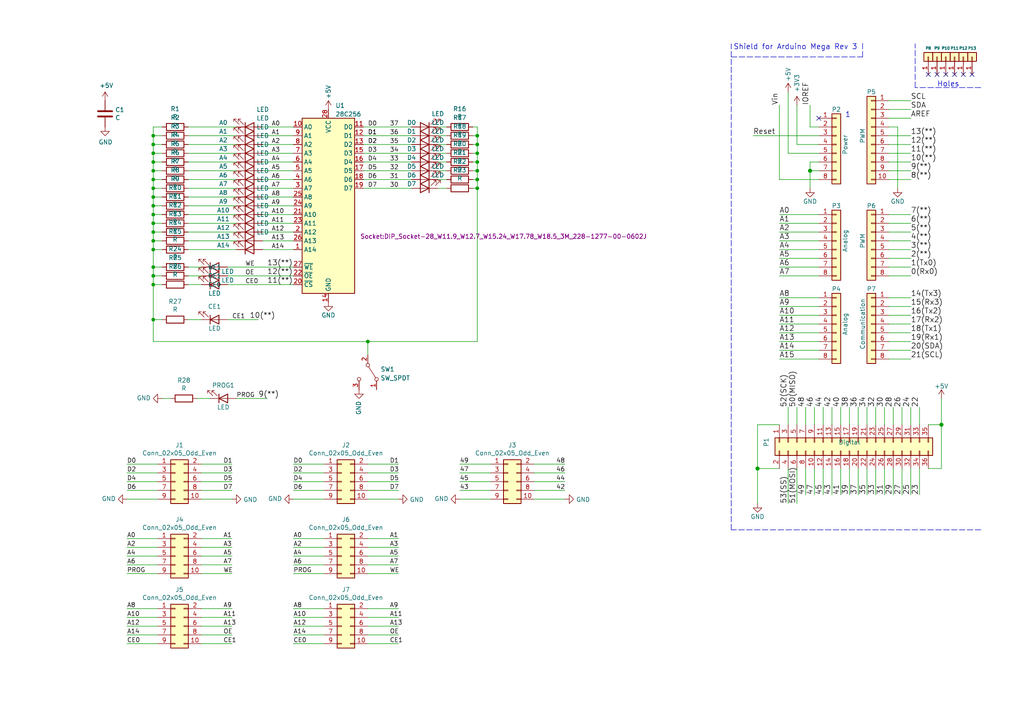
<source format=kicad_sch>
(kicad_sch (version 20211123) (generator eeschema)
  (paper "A4")
  (title_block (date "mar. 31 mars 2015"))
  (junction (at 138.43 54.61))
  (junction (at 219.71 135.89) (diameter 1.016))
  (junction (at 44.45 62.23))
  (junction (at 138.43 46.99))
  (junction (at 106.68 99.06))
  (junction (at 44.45 49.53))
  (junction (at 138.43 41.91))
  (junction (at 44.45 92.71))
  (junction (at 44.45 46.99))
  (junction (at 234.95 49.53) (diameter 1.016))
  (junction (at 44.45 64.77))
  (junction (at 44.45 67.31))
  (junction (at 44.45 59.69))
  (junction (at 44.45 80.01))
  (junction (at 44.45 82.55))
  (junction (at 138.43 44.45))
  (junction (at 44.45 72.39))
  (junction (at 44.45 54.61))
  (junction (at 138.43 52.07))
  (junction (at 44.45 57.15))
  (junction (at 44.45 44.45))
  (junction (at 138.43 39.37))
  (junction (at 44.45 41.91))
  (junction (at 44.45 77.47))
  (junction (at 44.45 52.07))
  (junction (at 273.05 123.19) (diameter 1.016))
  (junction (at 44.45 69.85))
  (junction (at 138.43 49.53))
  (junction (at 44.45 39.37))
  (no_connect (at 269.24 21.59))
  (no_connect (at 271.78 21.59))
  (no_connect (at 281.94 21.59))
  (no_connect (at 276.86 21.59))
  (no_connect (at 279.4 21.59))
  (no_connect (at 237.49 34.29))
  (no_connect (at 274.32 21.59))
  (wire (pts (xy 257.81 80.01) (xy 264.16 80.01)))
  (wire (pts (xy 54.61 46.99) (xy 68.58 46.99)))
  (wire (pts (xy 228.6 135.89) (xy 228.6 146.05)))
  (wire (pts (xy 58.42 176.53) (xy 67.31 176.53)))
  (wire (pts (xy 58.42 161.29) (xy 67.31 161.29)))
  (wire (pts (xy 226.06 80.01) (xy 237.49 80.01)))
  (wire (pts (xy 241.3 135.89) (xy 241.3 143.51)))
  (wire (pts (xy 138.43 44.45) (xy 137.16 44.45)))
  (wire (pts (xy 44.45 52.07) (xy 46.99 52.07)))
  (wire (pts (xy 44.45 49.53) (xy 44.45 52.07)))
  (wire (pts (xy 154.94 137.16) (xy 163.83 137.16)))
  (wire (pts (xy 133.35 144.78) (xy 142.24 144.78)))
  (wire (pts (xy 54.61 80.01) (xy 58.42 80.01)))
  (wire (pts (xy 133.35 137.16) (xy 142.24 137.16)))
  (wire (pts (xy 44.45 46.99) (xy 46.99 46.99)))
  (wire (pts (xy 106.68 144.78) (xy 115.57 144.78)))
  (wire (pts (xy 273.05 123.19) (xy 273.05 135.89)))
  (wire (pts (xy 44.45 99.06) (xy 44.45 92.71)))
  (wire (pts (xy 138.43 44.45) (xy 138.43 46.99)))
  (wire (pts (xy 44.45 59.69) (xy 44.45 62.23)))
  (wire (pts (xy 54.61 41.91) (xy 68.58 41.91)))
  (wire (pts (xy 54.61 69.85) (xy 68.58 69.85)))
  (wire (pts (xy 226.06 123.19) (xy 219.71 123.19)))
  (wire (pts (xy 44.45 72.39) (xy 46.99 72.39)))
  (wire (pts (xy 76.2 36.83) (xy 85.09 36.83)))
  (wire (pts (xy 44.45 82.55) (xy 46.99 82.55)))
  (wire (pts (xy 138.43 49.53) (xy 138.43 52.07)))
  (wire (pts (xy 257.81 44.45) (xy 264.16 44.45)))
  (wire (pts (xy 234.95 46.99) (xy 234.95 49.53)))
  (wire (pts (xy 58.42 139.7) (xy 67.31 139.7)))
  (wire (pts (xy 76.2 72.39) (xy 85.09 72.39)))
  (wire (pts (xy 226.06 74.93) (xy 237.49 74.93)))
  (wire (pts (xy 236.22 135.89) (xy 236.22 143.51)))
  (wire (pts (xy 44.45 44.45) (xy 46.99 44.45)))
  (wire (pts (xy 259.08 135.89) (xy 259.08 143.51)))
  (wire (pts (xy 105.41 39.37) (xy 119.38 39.37)))
  (wire (pts (xy 54.61 72.39) (xy 68.58 72.39)))
  (wire (pts (xy 44.45 77.47) (xy 44.45 72.39)))
  (wire (pts (xy 106.68 161.29) (xy 115.57 161.29)))
  (wire (pts (xy 58.42 158.75) (xy 67.31 158.75)))
  (wire (pts (xy 58.42 166.37) (xy 67.31 166.37)))
  (wire (pts (xy 36.83 137.16) (xy 45.72 137.16)))
  (wire (pts (xy 234.95 49.53) (xy 234.95 54.61)))
  (wire (pts (xy 248.92 123.19) (xy 248.92 118.11)))
  (wire (pts (xy 138.43 46.99) (xy 137.16 46.99)))
  (wire (pts (xy 44.45 41.91) (xy 46.99 41.91)))
  (wire (pts (xy 231.14 41.91) (xy 237.49 41.91)))
  (wire (pts (xy 54.61 92.71) (xy 58.42 92.71)))
  (wire (pts (xy 76.2 39.37) (xy 85.09 39.37)))
  (polyline (pts (xy 284.48 25.4) (xy 265.43 25.4)) (stroke (width 0) (type dash)))
  (wire (pts (xy 228.6 44.45) (xy 237.49 44.45)))
  (wire (pts (xy 106.68 186.69) (xy 115.57 186.69)))
  (wire (pts (xy 54.61 62.23) (xy 68.58 62.23)))
  (wire (pts (xy 138.43 52.07) (xy 138.43 54.61)))
  (wire (pts (xy 36.83 134.62) (xy 45.72 134.62)))
  (wire (pts (xy 228.6 26.67) (xy 228.6 44.45)))
  (wire (pts (xy 246.38 123.19) (xy 246.38 118.11)))
  (wire (pts (xy 226.06 104.14) (xy 237.49 104.14)))
  (wire (pts (xy 54.61 54.61) (xy 68.58 54.61)))
  (wire (pts (xy 44.45 67.31) (xy 44.45 69.85)))
  (wire (pts (xy 36.83 139.7) (xy 45.72 139.7)))
  (wire (pts (xy 85.09 166.37) (xy 93.98 166.37)))
  (wire (pts (xy 129.54 41.91) (xy 127 41.91)))
  (wire (pts (xy 241.3 123.19) (xy 241.3 118.11)))
  (polyline (pts (xy 265.43 25.4) (xy 265.43 12.7)) (stroke (width 0) (type dash)))
  (wire (pts (xy 261.62 123.19) (xy 261.62 118.11)))
  (wire (pts (xy 85.09 163.83) (xy 93.98 163.83)))
  (wire (pts (xy 106.68 179.07) (xy 115.57 179.07)))
  (wire (pts (xy 36.83 142.24) (xy 45.72 142.24)))
  (wire (pts (xy 257.81 34.29) (xy 264.16 34.29)))
  (wire (pts (xy 105.41 54.61) (xy 119.38 54.61)))
  (wire (pts (xy 76.2 41.91) (xy 85.09 41.91)))
  (wire (pts (xy 138.43 39.37) (xy 138.43 41.91)))
  (wire (pts (xy 231.14 30.48) (xy 231.14 41.91)))
  (wire (pts (xy 44.45 57.15) (xy 44.45 59.69)))
  (wire (pts (xy 54.61 39.37) (xy 68.58 39.37)))
  (wire (pts (xy 44.45 67.31) (xy 46.99 67.31)))
  (wire (pts (xy 261.62 135.89) (xy 261.62 143.51)))
  (wire (pts (xy 44.45 69.85) (xy 46.99 69.85)))
  (wire (pts (xy 237.49 62.23) (xy 226.06 62.23)))
  (wire (pts (xy 76.2 46.99) (xy 85.09 46.99)))
  (wire (pts (xy 237.49 101.6) (xy 226.06 101.6)))
  (wire (pts (xy 58.42 184.15) (xy 67.31 184.15)))
  (wire (pts (xy 36.83 163.83) (xy 45.72 163.83)))
  (wire (pts (xy 106.68 139.7) (xy 115.57 139.7)))
  (wire (pts (xy 264.16 135.89) (xy 264.16 143.51)))
  (wire (pts (xy 133.35 134.62) (xy 142.24 134.62)))
  (wire (pts (xy 106.68 99.06) (xy 106.68 102.87)))
  (wire (pts (xy 105.41 46.99) (xy 119.38 46.99)))
  (wire (pts (xy 58.42 134.62) (xy 67.31 134.62)))
  (wire (pts (xy 238.76 135.89) (xy 238.76 143.51)))
  (wire (pts (xy 154.94 139.7) (xy 163.83 139.7)))
  (wire (pts (xy 85.09 142.24) (xy 93.98 142.24)))
  (wire (pts (xy 36.83 158.75) (xy 45.72 158.75)))
  (wire (pts (xy 44.45 77.47) (xy 46.99 77.47)))
  (wire (pts (xy 257.81 46.99) (xy 264.16 46.99)))
  (wire (pts (xy 54.61 57.15) (xy 68.58 57.15)))
  (wire (pts (xy 257.81 99.06) (xy 264.16 99.06)))
  (wire (pts (xy 257.81 29.21) (xy 264.16 29.21)))
  (wire (pts (xy 264.16 62.23) (xy 257.81 62.23)))
  (wire (pts (xy 85.09 158.75) (xy 93.98 158.75)))
  (wire (pts (xy 154.94 134.62) (xy 163.83 134.62)))
  (wire (pts (xy 85.09 181.61) (xy 93.98 181.61)))
  (wire (pts (xy 76.2 54.61) (xy 85.09 54.61)))
  (wire (pts (xy 129.54 44.45) (xy 127 44.45)))
  (wire (pts (xy 106.68 166.37) (xy 115.57 166.37)))
  (wire (pts (xy 44.45 92.71) (xy 46.99 92.71)))
  (wire (pts (xy 44.45 62.23) (xy 46.99 62.23)))
  (wire (pts (xy 219.71 123.19) (xy 219.71 135.89)))
  (wire (pts (xy 226.06 135.89) (xy 219.71 135.89)))
  (wire (pts (xy 85.09 134.62) (xy 93.98 134.62)))
  (wire (pts (xy 266.7 135.89) (xy 266.7 143.51)))
  (wire (pts (xy 251.46 123.19) (xy 251.46 118.11)))
  (wire (pts (xy 54.61 49.53) (xy 68.58 49.53)))
  (wire (pts (xy 234.95 36.83) (xy 234.95 30.48)))
  (wire (pts (xy 129.54 52.07) (xy 127 52.07)))
  (wire (pts (xy 106.68 176.53) (xy 115.57 176.53)))
  (wire (pts (xy 129.54 46.99) (xy 127 46.99)))
  (wire (pts (xy 106.68 99.06) (xy 44.45 99.06)))
  (wire (pts (xy 36.83 184.15) (xy 45.72 184.15)))
  (wire (pts (xy 154.94 144.78) (xy 163.83 144.78)))
  (wire (pts (xy 44.45 44.45) (xy 44.45 46.99)))
  (wire (pts (xy 138.43 39.37) (xy 137.16 39.37)))
  (wire (pts (xy 54.61 44.45) (xy 68.58 44.45)))
  (wire (pts (xy 257.81 88.9) (xy 264.16 88.9)))
  (wire (pts (xy 106.68 181.61) (xy 115.57 181.61)))
  (wire (pts (xy 106.68 184.15) (xy 115.57 184.15)))
  (wire (pts (xy 44.45 54.61) (xy 46.99 54.61)))
  (wire (pts (xy 257.81 39.37) (xy 264.16 39.37)))
  (wire (pts (xy 237.49 36.83) (xy 234.95 36.83)))
  (wire (pts (xy 54.61 77.47) (xy 58.42 77.47)))
  (wire (pts (xy 138.43 46.99) (xy 138.43 49.53)))
  (polyline (pts (xy 212.09 16.51) (xy 250.19 16.51)) (stroke (width 0) (type dash)))
  (wire (pts (xy 76.2 52.07) (xy 85.09 52.07)))
  (wire (pts (xy 36.83 179.07) (xy 45.72 179.07)))
  (wire (pts (xy 251.46 135.89) (xy 251.46 143.51)))
  (wire (pts (xy 248.92 135.89) (xy 248.92 143.51)))
  (wire (pts (xy 105.41 49.53) (xy 119.38 49.53)))
  (wire (pts (xy 264.16 67.31) (xy 257.81 67.31)))
  (wire (pts (xy 58.42 163.83) (xy 67.31 163.83)))
  (wire (pts (xy 44.45 36.83) (xy 46.99 36.83)))
  (wire (pts (xy 58.42 142.24) (xy 67.31 142.24)))
  (wire (pts (xy 264.16 41.91) (xy 257.81 41.91)))
  (wire (pts (xy 36.83 176.53) (xy 45.72 176.53)))
  (wire (pts (xy 85.09 179.07) (xy 93.98 179.07)))
  (wire (pts (xy 66.04 92.71) (xy 74.93 92.71)))
  (polyline (pts (xy 212.09 153.67) (xy 212.09 12.7)) (stroke (width 0) (type dash)))
  (wire (pts (xy 273.05 115.57) (xy 273.05 123.19)))
  (wire (pts (xy 238.76 123.19) (xy 238.76 118.11)))
  (wire (pts (xy 105.41 52.07) (xy 119.38 52.07)))
  (wire (pts (xy 76.2 69.85) (xy 85.09 69.85)))
  (wire (pts (xy 46.99 115.57) (xy 49.53 115.57)))
  (wire (pts (xy 264.16 101.6) (xy 257.81 101.6)))
  (wire (pts (xy 138.43 52.07) (xy 137.16 52.07)))
  (wire (pts (xy 36.83 166.37) (xy 45.72 166.37)))
  (wire (pts (xy 54.61 67.31) (xy 68.58 67.31)))
  (wire (pts (xy 257.81 104.14) (xy 264.16 104.14)))
  (wire (pts (xy 228.6 123.19) (xy 228.6 118.11)))
  (wire (pts (xy 138.43 49.53) (xy 137.16 49.53)))
  (wire (pts (xy 44.45 39.37) (xy 44.45 41.91)))
  (wire (pts (xy 243.84 135.89) (xy 243.84 143.51)))
  (wire (pts (xy 44.45 80.01) (xy 46.99 80.01)))
  (wire (pts (xy 138.43 99.06) (xy 106.68 99.06)))
  (wire (pts (xy 264.16 96.52) (xy 257.81 96.52)))
  (wire (pts (xy 264.16 31.75) (xy 257.81 31.75)))
  (wire (pts (xy 106.68 163.83) (xy 115.57 163.83)))
  (wire (pts (xy 226.06 93.98) (xy 237.49 93.98)))
  (wire (pts (xy 256.54 135.89) (xy 256.54 143.51)))
  (wire (pts (xy 58.42 144.78) (xy 67.31 144.78)))
  (wire (pts (xy 44.45 64.77) (xy 44.45 67.31)))
  (wire (pts (xy 36.83 181.61) (xy 45.72 181.61)))
  (wire (pts (xy 236.22 123.19) (xy 236.22 118.11)))
  (wire (pts (xy 237.49 67.31) (xy 226.06 67.31)))
  (wire (pts (xy 57.15 115.57) (xy 60.96 115.57)))
  (wire (pts (xy 218.44 39.37) (xy 237.49 39.37)))
  (wire (pts (xy 105.41 41.91) (xy 119.38 41.91)))
  (wire (pts (xy 260.35 36.83) (xy 257.81 36.83)))
  (wire (pts (xy 264.16 86.36) (xy 257.81 86.36)))
  (wire (pts (xy 138.43 41.91) (xy 138.43 44.45)))
  (wire (pts (xy 129.54 36.83) (xy 127 36.83)))
  (wire (pts (xy 257.81 64.77) (xy 264.16 64.77)))
  (wire (pts (xy 36.83 144.78) (xy 45.72 144.78)))
  (wire (pts (xy 264.16 49.53) (xy 257.81 49.53)))
  (wire (pts (xy 273.05 123.19) (xy 269.24 123.19)))
  (wire (pts (xy 237.49 49.53) (xy 234.95 49.53)))
  (wire (pts (xy 254 135.89) (xy 254 143.51)))
  (wire (pts (xy 76.2 49.53) (xy 85.09 49.53)))
  (wire (pts (xy 106.68 137.16) (xy 115.57 137.16)))
  (wire (pts (xy 254 123.19) (xy 254 118.11)))
  (wire (pts (xy 246.38 135.89) (xy 246.38 143.51)))
  (wire (pts (xy 85.09 186.69) (xy 93.98 186.69)))
  (wire (pts (xy 44.45 80.01) (xy 44.45 82.55)))
  (wire (pts (xy 76.2 64.77) (xy 85.09 64.77)))
  (wire (pts (xy 85.09 176.53) (xy 93.98 176.53)))
  (wire (pts (xy 256.54 123.19) (xy 256.54 118.11)))
  (wire (pts (xy 58.42 179.07) (xy 67.31 179.07)))
  (wire (pts (xy 138.43 41.91) (xy 137.16 41.91)))
  (wire (pts (xy 129.54 49.53) (xy 127 49.53)))
  (wire (pts (xy 138.43 36.83) (xy 137.16 36.83)))
  (wire (pts (xy 237.49 52.07) (xy 226.06 52.07)))
  (wire (pts (xy 44.45 36.83) (xy 44.45 39.37)))
  (wire (pts (xy 36.83 156.21) (xy 45.72 156.21)))
  (wire (pts (xy 226.06 64.77) (xy 237.49 64.77)))
  (wire (pts (xy 85.09 137.16) (xy 93.98 137.16)))
  (wire (pts (xy 44.45 54.61) (xy 44.45 57.15)))
  (wire (pts (xy 85.09 156.21) (xy 93.98 156.21)))
  (wire (pts (xy 231.14 123.19) (xy 231.14 118.11)))
  (wire (pts (xy 44.45 59.69) (xy 46.99 59.69)))
  (wire (pts (xy 266.7 123.19) (xy 266.7 118.11)))
  (wire (pts (xy 66.04 80.01) (xy 85.09 80.01)))
  (wire (pts (xy 54.61 36.83) (xy 68.58 36.83)))
  (wire (pts (xy 54.61 64.77) (xy 68.58 64.77)))
  (wire (pts (xy 237.49 91.44) (xy 226.06 91.44)))
  (wire (pts (xy 58.42 156.21) (xy 67.31 156.21)))
  (wire (pts (xy 76.2 67.31) (xy 85.09 67.31)))
  (wire (pts (xy 76.2 57.15) (xy 85.09 57.15)))
  (wire (pts (xy 257.81 93.98) (xy 264.16 93.98)))
  (wire (pts (xy 105.41 44.45) (xy 119.38 44.45)))
  (wire (pts (xy 44.45 64.77) (xy 46.99 64.77)))
  (wire (pts (xy 237.49 46.99) (xy 234.95 46.99)))
  (wire (pts (xy 106.68 134.62) (xy 115.57 134.62)))
  (wire (pts (xy 85.09 144.78) (xy 93.98 144.78)))
  (wire (pts (xy 226.06 99.06) (xy 237.49 99.06)))
  (wire (pts (xy 85.09 184.15) (xy 93.98 184.15)))
  (wire (pts (xy 44.45 77.47) (xy 44.45 80.01)))
  (wire (pts (xy 44.45 62.23) (xy 44.45 64.77)))
  (wire (pts (xy 243.84 123.19) (xy 243.84 118.11)))
  (wire (pts (xy 54.61 52.07) (xy 68.58 52.07)))
  (wire (pts (xy 129.54 39.37) (xy 127 39.37)))
  (wire (pts (xy 138.43 36.83) (xy 138.43 39.37)))
  (wire (pts (xy 44.45 57.15) (xy 46.99 57.15)))
  (wire (pts (xy 44.45 82.55) (xy 44.45 92.71)))
  (wire (pts (xy 44.45 69.85) (xy 44.45 72.39)))
  (wire (pts (xy 264.16 123.19) (xy 264.16 118.11)))
  (wire (pts (xy 226.06 88.9) (xy 237.49 88.9)))
  (wire (pts (xy 257.81 52.07) (xy 264.16 52.07)))
  (wire (pts (xy 105.41 36.83) (xy 119.38 36.83)))
  (polyline (pts (xy 250.19 16.51) (xy 250.19 12.065)) (stroke (width 0) (type dash)))
  (wire (pts (xy 58.42 186.69) (xy 67.31 186.69)))
  (wire (pts (xy 129.54 54.61) (xy 127 54.61)))
  (wire (pts (xy 85.09 161.29) (xy 93.98 161.29)))
  (wire (pts (xy 76.2 62.23) (xy 85.09 62.23)))
  (wire (pts (xy 264.16 91.44) (xy 257.81 91.44)))
  (wire (pts (xy 226.06 69.85) (xy 237.49 69.85)))
  (wire (pts (xy 54.61 59.69) (xy 68.58 59.69)))
  (wire (pts (xy 44.45 39.37) (xy 46.99 39.37)))
  (wire (pts (xy 259.08 123.19) (xy 259.08 118.11)))
  (wire (pts (xy 233.68 135.89) (xy 233.68 143.51)))
  (wire (pts (xy 273.05 135.89) (xy 269.24 135.89)))
  (wire (pts (xy 154.94 142.24) (xy 163.83 142.24)))
  (wire (pts (xy 237.49 86.36) (xy 226.06 86.36)))
  (wire (pts (xy 133.35 139.7) (xy 142.24 139.7)))
  (wire (pts (xy 58.42 137.16) (xy 67.31 137.16)))
  (wire (pts (xy 233.68 123.19) (xy 233.68 118.11)))
  (wire (pts (xy 68.58 115.57) (xy 77.47 115.57)))
  (wire (pts (xy 44.45 46.99) (xy 44.45 49.53)))
  (wire (pts (xy 54.61 82.55) (xy 58.42 82.55)))
  (wire (pts (xy 36.83 161.29) (xy 45.72 161.29)))
  (wire (pts (xy 58.42 181.61) (xy 67.31 181.61)))
  (wire (pts (xy 257.81 74.93) (xy 264.16 74.93)))
  (wire (pts (xy 231.14 135.89) (xy 231.14 146.05)))
  (wire (pts (xy 85.09 139.7) (xy 93.98 139.7)))
  (wire (pts (xy 264.16 72.39) (xy 257.81 72.39)))
  (wire (pts (xy 76.2 59.69) (xy 85.09 59.69)))
  (wire (pts (xy 76.2 44.45) (xy 85.09 44.45)))
  (wire (pts (xy 44.45 41.91) (xy 44.45 44.45)))
  (wire (pts (xy 138.43 54.61) (xy 138.43 99.06)))
  (wire (pts (xy 133.35 142.24) (xy 142.24 142.24)))
  (wire (pts (xy 106.68 158.75) (xy 115.57 158.75)))
  (wire (pts (xy 66.04 77.47) (xy 85.09 77.47)))
  (wire (pts (xy 138.43 54.61) (xy 137.16 54.61)))
  (wire (pts (xy 44.45 49.53) (xy 46.99 49.53)))
  (wire (pts (xy 36.83 186.69) (xy 45.72 186.69)))
  (wire (pts (xy 264.16 77.47) (xy 257.81 77.47)))
  (wire (pts (xy 237.49 96.52) (xy 226.06 96.52)))
  (wire (pts (xy 226.06 52.07) (xy 226.06 30.48)))
  (wire (pts (xy 219.71 135.89) (xy 219.71 146.05)))
  (wire (pts (xy 237.49 77.47) (xy 226.06 77.47)))
  (wire (pts (xy 106.68 156.21) (xy 115.57 156.21)))
  (polyline (pts (xy 284.48 153.67) (xy 212.09 153.67)) (stroke (width 0) (type dash)))
  (wire (pts (xy 44.45 52.07) (xy 44.45 54.61)))
  (wire (pts (xy 237.49 72.39) (xy 226.06 72.39)))
  (wire (pts (xy 260.35 54.61) (xy 260.35 36.83)))
  (wire (pts (xy 106.68 142.24) (xy 115.57 142.24)))
  (wire (pts (xy 257.81 69.85) (xy 264.16 69.85)))
  (wire (pts (xy 66.04 82.55) (xy 85.09 82.55)))
  (text "1" (at 245.11 34.29 0) (effects (font (size 1.524 1.524)) (justify left bottom)))
  (text "Holes" (at 271.78 25.4 0) (effects (font (size 1.524 1.524)) (justify left bottom)))
  (text "Shield for Arduino Mega Rev 3" (at 212.725 14.605 0) (effects (font (size 1.524 1.524)) (justify left bottom)))
  (label "21(SCL)" (at 264.16 104.14 0) (effects (font (size 1.524 1.524))))
  (label "D3" (at 113.03 137.16 0))
  (label "36" (at 248.92 118.11 90) (effects (font (size 1.524 1.524))))
  (label "0(Rx0)" (at 264.16 80.01 0) (effects (font (size 1.524 1.524))))
  (label "17(Rx2)" (at 264.16 93.98 0) (effects (font (size 1.524 1.524))))
  (label "A5" (at 113.03 161.29 0))
  (label "D0" (at 36.83 134.62 0))
  (label "19(Rx1)" (at 264.16 99.06 0) (effects (font (size 1.524 1.524))))
  (label "SDA" (at 264.16 31.75 0) (effects (font (size 1.524 1.524))))
  (label "WE" (at 71.12 77.47 0))
  (label "CE1" (at 113.03 186.69 0))
  (label "A14" (at 226.06 101.6 0) (effects (font (size 1.524 1.524))))
  (label "51(MOSI)" (at 231.14 146.05 90) (effects (font (size 1.524 1.524))))
  (label "41" (at 243.84 143.51 90) (effects (font (size 1.524 1.524))))
  (label "D5" (at 64.77 139.7 0))
  (label "D6" (at 106.68 52.07 0))
  (label "48" (at 161.29 134.62 0))
  (label "A0" (at 85.09 156.21 0))
  (label "43" (at 241.3 143.51 90) (effects (font (size 1.524 1.524))))
  (label "A13" (at 64.77 181.61 0))
  (label "1(Tx0)" (at 264.16 77.47 0) (effects (font (size 1.524 1.524))))
  (label "CE0" (at 71.12 82.55 0))
  (label "D2" (at 36.83 137.16 0))
  (label "A14" (at 85.09 184.15 0))
  (label "13(**)" (at 77.47 77.47 0) (effects (font (size 1.524 1.524))))
  (label "CE1" (at 64.77 186.69 0))
  (label "A5" (at 64.77 161.29 0))
  (label "A3" (at 226.06 69.85 0) (effects (font (size 1.524 1.524))))
  (label "10(**)" (at 72.39 92.71 0) (effects (font (size 1.524 1.524))))
  (label "45" (at 238.76 143.51 90) (effects (font (size 1.524 1.524))))
  (label "A1" (at 64.77 156.21 0))
  (label "CE1" (at 67.31 92.71 0))
  (label "D1" (at 113.03 134.62 0))
  (label "WE" (at 113.03 166.37 0))
  (label "9(**)" (at 264.16 49.53 0) (effects (font (size 1.524 1.524))))
  (label "D5" (at 113.03 139.7 0))
  (label "SCL" (at 264.16 29.21 0) (effects (font (size 1.524 1.524))))
  (label "A8" (at 226.06 86.36 0) (effects (font (size 1.524 1.524))))
  (label "D1" (at 106.68 39.37 0))
  (label "14(Tx3)" (at 264.16 86.36 0) (effects (font (size 1.524 1.524))))
  (label "27" (at 261.62 143.51 90) (effects (font (size 1.524 1.524))))
  (label "12(**)" (at 264.16 41.91 0) (effects (font (size 1.524 1.524))))
  (label "A14" (at 36.83 184.15 0))
  (label "A5" (at 226.06 74.93 0) (effects (font (size 1.524 1.524))))
  (label "A8" (at 85.09 176.53 0))
  (label "IOREF" (at 234.95 30.48 90) (effects (font (size 1.524 1.524))))
  (label "D1" (at 106.68 39.37 0))
  (label "3(**)" (at 264.16 72.39 0) (effects (font (size 1.524 1.524))))
  (label "PROG" (at 36.83 166.37 0))
  (label "45" (at 133.35 139.7 0))
  (label "D6" (at 36.83 142.24 0))
  (label "Reset" (at 218.44 39.37 0) (effects (font (size 1.524 1.524))))
  (label "A12" (at 78.74 67.31 0))
  (label "A0" (at 226.06 62.23 0) (effects (font (size 1.524 1.524))))
  (label "A4" (at 36.83 161.29 0))
  (label "30" (at 113.03 54.61 0))
  (label "OE" (at 71.12 80.01 0))
  (label "D7" (at 113.03 142.24 0))
  (label "CE0" (at 85.09 186.69 0))
  (label "12(**)" (at 77.47 80.01 0) (effects (font (size 1.524 1.524))))
  (label "33" (at 113.03 46.99 0))
  (label "A6" (at 36.83 163.83 0))
  (label "A1" (at 226.06 64.77 0) (effects (font (size 1.524 1.524))))
  (label "D4" (at 85.09 139.7 0))
  (label "A11" (at 226.06 93.98 0) (effects (font (size 1.524 1.524))))
  (label "40" (at 243.84 118.11 90) (effects (font (size 1.524 1.524))))
  (label "53(SS)" (at 228.6 146.05 90) (effects (font (size 1.524 1.524))))
  (label "D0" (at 106.68 36.83 0))
  (label "A12" (at 36.83 181.61 0))
  (label "37" (at 113.03 36.83 0))
  (label "42" (at 161.29 142.24 0))
  (label "49" (at 133.35 134.62 0))
  (label "30" (at 256.54 118.11 90) (effects (font (size 1.524 1.524))))
  (label "31" (at 256.54 143.51 90) (effects (font (size 1.524 1.524))))
  (label "28" (at 259.08 118.11 90) (effects (font (size 1.524 1.524))))
  (label "A10" (at 36.83 179.07 0))
  (label "D6" (at 85.09 142.24 0))
  (label "A2" (at 36.83 158.75 0))
  (label "A3" (at 78.74 44.45 0))
  (label "D4" (at 36.83 139.7 0))
  (label "44" (at 238.76 118.11 90) (effects (font (size 1.524 1.524))))
  (label "OE" (at 64.77 184.15 0))
  (label "A6" (at 85.09 163.83 0))
  (label "11(**)" (at 77.5041 82.55 0) (effects (font (size 1.524 1.524))))
  (label "6(**)" (at 264.16 64.77 0) (effects (font (size 1.524 1.524))))
  (label "A6" (at 78.74 52.07 0))
  (label "5(**)" (at 264.16 67.31 0) (effects (font (size 1.524 1.524))))
  (label "WE" (at 64.77 166.37 0))
  (label "A5" (at 78.74 49.53 0))
  (label "37" (at 248.92 143.51 90) (effects (font (size 1.524 1.524))))
  (label "A0" (at 78.74 36.83 0))
  (label "A2" (at 85.09 158.75 0))
  (label "CE0" (at 36.83 186.69 0))
  (label "38" (at 246.38 118.11 90) (effects (font (size 1.524 1.524))))
  (label "A14" (at 78.74 72.39 0))
  (label "29" (at 259.08 143.51 90) (effects (font (size 1.524 1.524))))
  (label "31" (at 113.03 52.07 0))
  (label "36" (at 113.03 39.37 0))
  (label "18(Tx1)" (at 264.16 96.52 0) (effects (font (size 1.524 1.524))))
  (label "A9" (at 64.77 176.53 0))
  (label "D5" (at 106.68 49.53 0))
  (label "A7" (at 78.74 54.61 0))
  (label "24" (at 264.16 118.11 90) (effects (font (size 1.524 1.524))))
  (label "A9" (at 226.06 88.9 0) (effects (font (size 1.524 1.524))))
  (label "D7" (at 106.68 54.61 0))
  (label "A12" (at 85.09 181.61 0))
  (label "39" (at 246.38 143.51 90) (effects (font (size 1.524 1.524))))
  (label "22" (at 266.7 118.11 90) (effects (font (size 1.524 1.524))))
  (label "D4" (at 106.68 46.99 0))
  (label "D3" (at 106.68 44.45 0))
  (label "47" (at 133.35 137.16 0))
  (label "34" (at 113.03 44.45 0))
  (label "A15" (at 226.06 104.14 0) (effects (font (size 1.524 1.524))))
  (label "A4" (at 85.09 161.29 0))
  (label "A3" (at 64.77 158.75 0))
  (label "D2" (at 106.68 41.91 0))
  (label "A6" (at 226.06 77.47 0) (effects (font (size 1.524 1.524))))
  (label "D2" (at 85.09 137.16 0))
  (label "32" (at 113.03 49.53 0))
  (label "A11" (at 64.77 179.07 0))
  (label "A4" (at 78.74 46.99 0))
  (label "A1" (at 78.74 39.37 0))
  (label "48" (at 233.68 118.11 90) (effects (font (size 1.524 1.524))))
  (label "Vin" (at 226.06 30.48 90) (effects (font (size 1.524 1.524))))
  (label "A7" (at 226.06 80.01 0) (effects (font (size 1.524 1.524))))
  (label "23" (at 266.7 143.51 90) (effects (font (size 1.524 1.524))))
  (label "2(**)" (at 264.16 74.93 0) (effects (font (size 1.524 1.524))))
  (label "49" (at 233.68 143.51 90) (effects (font (size 1.524 1.524))))
  (label "A3" (at 113.03 158.75 0))
  (label "A11" (at 78.74 64.77 0))
  (label "D2" (at 106.68 41.91 0))
  (label "A9" (at 78.74 59.69 0))
  (label "A9" (at 113.03 176.53 0))
  (label "A13" (at 226.06 99.06 0) (effects (font (size 1.524 1.524))))
  (label "A2" (at 226.06 67.31 0) (effects (font (size 1.524 1.524))))
  (label "A12" (at 226.06 96.52 0) (effects (font (size 1.524 1.524))))
  (label "50(MISO)" (at 231.14 118.11 90) (effects (font (size 1.524 1.524))))
  (label "52(SCK)" (at 228.6 118.11 90) (effects (font (size 1.524 1.524))))
  (label "44" (at 161.29 139.7 0))
  (label "26" (at 261.62 118.11 90) (effects (font (size 1.524 1.524))))
  (label "47" (at 236.22 143.51 90) (effects (font (size 1.524 1.524))))
  (label "A4" (at 226.06 72.39 0) (effects (font (size 1.524 1.524))))
  (label "A2" (at 78.74 41.91 0))
  (label "A8" (at 36.83 176.53 0))
  (label "43" (at 133.35 142.24 0))
  (label "A10" (at 85.09 179.07 0))
  (label "8(**)" (at 264.16 52.07 0) (effects (font (size 1.524 1.524))))
  (label "A7" (at 113.03 163.83 0))
  (label "A1" (at 113.03 156.21 0))
  (label "PROG" (at 85.09 166.37 0))
  (label "42" (at 241.3 118.11 90) (effects (font (size 1.524 1.524))))
  (label "A10" (at 226.06 91.44 0) (effects (font (size 1.524 1.524))))
  (label "7(**)" (at 264.16 62.23 0) (effects (font (size 1.524 1.524))))
  (label "A8" (at 78.74 57.15 0))
  (label "20(SDA)" (at 264.16 101.6 0) (effects (font (size 1.524 1.524))))
  (label "9(**)" (at 74.93 115.57 0) (effects (font (size 1.524 1.524))))
  (label "A13" (at 78.74 69.85 0))
  (label "16(Tx2)" (at 264.16 91.44 0) (effects (font (size 1.524 1.524))))
  (label "46" (at 236.22 118.11 90) (effects (font (size 1.524 1.524))))
  (label "11(**)" (at 264.16 44.45 0) (effects (font (size 1.524 1.524))))
  (label "46" (at 161.29 137.16 0))
  (label "4(**)" (at 264.16 69.85 0) (effects (font (size 1.524 1.524))))
  (label "D1" (at 64.77 134.62 0))
  (label "13(**)" (at 264.16 39.37 0) (effects (font (size 1.524 1.524))))
  (label "A11" (at 113.03 179.07 0))
  (label "15(Rx3)" (at 264.16 88.9 0) (effects (font (size 1.524 1.524))))
  (label "10(**)" (at 264.16 46.99 0) (effects (font (size 1.524 1.524))))
  (label "32" (at 254 118.11 90) (effects (font (size 1.524 1.524))))
  (label "A0" (at 36.83 156.21 0))
  (label "A13" (at 113.03 181.61 0))
  (label "PROG" (at 68.58 115.57 0))
  (label "33" (at 254 143.51 90) (effects (font (size 1.524 1.524))))
  (label "34" (at 251.46 118.11 90) (effects (font (size 1.524 1.524))))
  (label "35" (at 251.46 143.51 90) (effects (font (size 1.524 1.524))))
  (label "A7" (at 64.77 163.83 0))
  (label "D7" (at 64.77 142.24 0))
  (label "25" (at 264.16 143.51 90) (effects (font (size 1.524 1.524))))
  (label "OE" (at 113.03 184.15 0))
  (label "D0" (at 85.09 134.62 0))
  (label "D3" (at 64.77 137.16 0))
  (label "A10" (at 78.74 62.23 0))
  (label "35" (at 113.03 41.91 0))
  (label "AREF" (at 264.16 34.29 0) (effects (font (size 1.524 1.524))))
  (symbol (lib_id "Connector_Generic:Conn_01x01") (at 269.24 16.51 90) (unit 1)
    (property "Reference" "P8" (at 269.24 13.97 90) (effects (font (size 0.7874 0.7874))))
    (property "Value" "CONN_01X01" (effects hide))
    (property "Footprint" "Socket_Arduino_Mega:Arduino_1pin" (effects hide))
  )
  (symbol (lib_id "Connector_Generic:Conn_01x01") (at 271.78 16.51 90) (unit 1)
    (property "Reference" "P9" (at 271.78 13.97 90) (effects (font (size 0.7874 0.7874))))
    (property "Value" "CONN_01X01" (effects hide))
    (property "Footprint" "Socket_Arduino_Mega:Arduino_1pin" (effects hide))
  )
  (symbol (lib_id "Connector_Generic:Conn_01x01") (at 274.32 16.51 90) (unit 1)
    (property "Reference" "P10" (at 274.32 13.97 90) (effects (font (size 0.7874 0.7874))))
    (property "Value" "CONN_01X01" (effects hide))
    (property "Footprint" "Socket_Arduino_Mega:Arduino_1pin" (effects hide))
  )
  (symbol (lib_id "Connector_Generic:Conn_01x01") (at 276.86 16.51 90) (unit 1)
    (property "Reference" "P11" (at 276.86 13.97 90) (effects (font (size 0.7874 0.7874))))
    (property "Value" "CONN_01X01" (effects hide))
    (property "Footprint" "Socket_Arduino_Mega:Arduino_1pin" (effects hide))
  )
  (symbol (lib_id "Connector_Generic:Conn_01x01") (at 279.4 16.51 90) (unit 1)
    (property "Reference" "P12" (at 279.4 13.97 90) (effects (font (size 0.7874 0.7874))))
    (property "Value" "CONN_01X01" (effects hide))
    (property "Footprint" "Socket_Arduino_Mega:Arduino_1pin" (effects hide))
  )
  (symbol (lib_id "Connector_Generic:Conn_01x01") (at 281.94 16.51 90) (unit 1)
    (property "Reference" "P13" (at 281.94 13.97 90) (effects (font (size 0.7874 0.7874))))
    (property "Value" "CONN_01X01" (effects hide))
    (property "Footprint" "Socket_Arduino_Mega:Arduino_1pin" (effects hide))
  )
  (symbol (lib_id "Connector_Generic:Conn_01x08") (at 242.57 41.91 0) (unit 1)
    (property "Reference" "P2" (at 242.57 31.75 0))
    (property "Value" "Power" (at 245.11 41.91 90))
    (property "Footprint" "Socket_Arduino_Mega:Socket_Strip_Arduino_1x08" (effects hide))
  )
  (symbol (lib_id "power:+3V3") (at 231.14 30.48 0) (unit 1)
    (property "Reference" "#PWR01" (effects hide))
    (property "Value" "+3.3V" (at 231.14 24.13 90))
  )
  (symbol (lib_id "power:+5V") (at 228.6 26.67 0) (unit 1)
    (property "Reference" "#PWR02" (effects hide))
    (property "Value" "+5V" (at 228.6 21.59 90))
  )
  (symbol (lib_id "power:GND") (at 234.95 54.61 0) (unit 1)
    (property "Reference" "#PWR03" (effects hide))
    (property "Value" "GND" (at 234.95 58.42 0))
  )
  (symbol (lib_id "Connector_Generic:Conn_01x10") (at 252.73 39.37 0) (mirror y) (unit 1)
    (property "Reference" "P5" (at 252.73 26.67 0))
    (property "Value" "PWM" (at 250.19 39.37 90))
    (property "Footprint" "Socket_Arduino_Mega:Socket_Strip_Arduino_1x10" (effects hide))
  )
  (symbol (lib_id "power:GND") (at 260.35 54.61 0) (unit 1)
    (property "Reference" "#PWR04" (effects hide))
    (property "Value" "GND" (at 260.35 58.42 0))
  )
  (symbol (lib_id "Connector_Generic:Conn_01x08") (at 242.57 69.85 0) (unit 1)
    (property "Reference" "P3" (at 242.57 59.69 0))
    (property "Value" "Analog" (at 245.11 69.85 90))
    (property "Footprint" "Socket_Arduino_Mega:Socket_Strip_Arduino_1x08" (effects hide))
  )
  (symbol (lib_id "Connector_Generic:Conn_01x08") (at 252.73 69.85 0) (mirror y) (unit 1)
    (property "Reference" "P6" (at 252.73 59.69 0))
    (property "Value" "PWM" (at 250.19 69.85 90))
    (property "Footprint" "Socket_Arduino_Mega:Socket_Strip_Arduino_1x08" (effects hide))
  )
  (symbol (lib_id "Connector_Generic:Conn_01x08") (at 242.57 93.98 0) (unit 1)
    (property "Reference" "P4" (at 242.57 83.82 0))
    (property "Value" "Analog" (at 245.11 93.98 90))
    (property "Footprint" "Socket_Arduino_Mega:Socket_Strip_Arduino_1x08" (effects hide))
  )
  (symbol (lib_id "Connector_Generic:Conn_01x08") (at 252.73 93.98 0) (mirror y) (unit 1)
    (property "Reference" "P7" (at 252.73 83.82 0))
    (property "Value" "Communication" (at 250.19 93.98 90))
    (property "Footprint" "Socket_Arduino_Mega:Socket_Strip_Arduino_1x08" (effects hide))
  )
  (symbol (lib_id "Connector_Generic:Conn_02x18_Odd_Even") (at 246.38 128.27 90) (mirror x) (unit 1)
    (property "Reference" "P1" (at 222.25 128.27 0))
    (property "Value" "Digital" (at 246.38 128.27 90))
    (property "Footprint" "Socket_Arduino_Mega:Socket_Strip_Arduino_2x18" (effects hide))
  )
  (symbol (lib_id "power:GND") (at 219.71 146.05 0) (unit 1)
    (property "Reference" "#PWR05" (effects hide))
    (property "Value" "GND" (at 219.71 149.86 0))
  )
  (symbol (lib_id "power:+5V") (at 273.05 115.57 0) (unit 1)
    (property "Reference" "#PWR06" (effects hide))
    (property "Value" "+5V" (at 273.05 112.014 0))
  )
  (symbol (lib_id "Device:R") (at 50.8 64.77 90) (mirror x) (unit 1)
    (property "Reference" "R12" (at 50.8 59.5122 90))
    (property "Value" "R" (at 50.8 61.8236 90))
    (property "Footprint" "Resistor_THT:R_Axial_DIN0207_L6.3mm_D2.5mm_P7.62mm_Horizontal" (effects hide))
  )
  (symbol (lib_id "Device:R") (at 50.8 49.53 90) (mirror x) (unit 1)
    (property "Reference" "R6" (at 50.8 44.2722 90))
    (property "Value" "R" (at 50.8 46.5836 90))
    (property "Footprint" "Resistor_THT:R_Axial_DIN0207_L6.3mm_D2.5mm_P7.62mm_Horizontal" (effects hide))
  )
  (symbol (lib_id "Device:R") (at 53.34 115.57 90) (mirror x) (unit 1)
    (property "Reference" "R28" (at 53.34 110.3122 90))
    (property "Value" "R" (at 53.34 112.6236 90))
    (property "Footprint" "Resistor_THT:R_Axial_DIN0207_L6.3mm_D2.5mm_P7.62mm_Horizontal" (effects hide))
  )
  (symbol (lib_id "power:GND") (at 104.14 113.03 0) (mirror y) (unit 1)
    (property "Reference" "#PWR0103" (effects hide))
    (property "Value" "GND" (at 104.013 116.2812 90) (effects (justify right)))
  )
  (symbol (lib_id "Device:LED") (at 62.23 80.01 0) (mirror x) (unit 1)
    (property "Reference" "OE1" (at 62.23 80.01 0))
    (property "Value" "LED" (at 66.04 81.28 0))
    (property "Footprint" "LED_THT:LED_D3.0mm" (effects hide))
  )
  (symbol (lib_id "Device:R") (at 50.8 52.07 90) (mirror x) (unit 1)
    (property "Reference" "R7" (at 50.8 46.8122 90))
    (property "Value" "R" (at 50.8 49.1236 90))
    (property "Footprint" "Resistor_THT:R_Axial_DIN0207_L6.3mm_D2.5mm_P7.62mm_Horizontal" (effects hide))
  )
  (symbol (lib_id "power:GND") (at 163.83 144.78 90) (mirror x) (unit 1)
    (property "Reference" "#PWR0109" (effects hide))
    (property "Value" "GND" (at 167.0812 144.907 90) (effects (justify right)))
  )
  (symbol (lib_id "Device:LED") (at 72.39 54.61 0) (mirror x) (unit 1)
    (property "Reference" "A7" (at 64.77 53.34 0))
    (property "Value" "LED" (at 76.2 49.53 0))
    (property "Footprint" "LED_THT:LED_D3.0mm" (effects hide))
  )
  (symbol (lib_id "Connector_Generic:Conn_02x05_Odd_Even") (at 99.06 161.29 0) (unit 1)
    (property "Reference" "J6" (at 100.33 150.6982 0))
    (property "Value" "Conn_02x05_Odd_Even" (at 100.33 153.0096 0))
    (property "Footprint" "Connector:PinSocket_2x05_P2.54mm_Vertical" (effects hide))
  )
  (symbol (lib_id "power:GND") (at 67.31 144.78 90) (mirror x) (unit 1)
    (property "Reference" "#PWR0104" (effects hide))
    (property "Value" "GND" (at 70.5612 144.907 90) (effects (justify right)))
  )
  (symbol (lib_id "Device:LED") (at 72.39 59.69 0) (mirror x) (unit 1)
    (property "Reference" "A9" (at 64.77 58.42 0))
    (property "Value" "LED" (at 76.2 54.61 0))
    (property "Footprint" "LED_THT:LED_D3.0mm" (effects hide))
  )
  (symbol (lib_id "Device:LED") (at 72.39 64.77 0) (mirror x) (unit 1)
    (property "Reference" "A11" (at 64.77 63.5 0))
    (property "Value" "LED" (at 76.2 59.69 0))
    (property "Footprint" "LED_THT:LED_D3.0mm" (effects hide))
  )
  (symbol (lib_id "power:GND") (at 46.99 115.57 270) (mirror x) (unit 1)
    (property "Reference" "#PWR0130" (effects hide))
    (property "Value" "GND" (at 43.7388 115.443 90) (effects (justify right)))
  )
  (symbol (lib_id "power:GND") (at 133.35 144.78 270) (mirror x) (unit 1)
    (property "Reference" "#PWR0108" (effects hide))
    (property "Value" "GND" (at 130.0988 144.653 90) (effects (justify right)))
  )
  (symbol (lib_id "Device:LED") (at 123.19 44.45 180) (unit 1)
    (property "Reference" "D3" (at 119.38 43.18 0))
    (property "Value" "LED" (at 127 40.64 0))
    (property "Footprint" "LED_THT:LED_D3.0mm" (effects hide))
  )
  (symbol (lib_id "Device:LED") (at 72.39 62.23 0) (mirror x) (unit 1)
    (property "Reference" "A10" (at 64.77 60.96 0))
    (property "Value" "LED" (at 76.2 57.15 0))
    (property "Footprint" "LED_THT:LED_D3.0mm" (effects hide))
  )
  (symbol (lib_id "power:GND") (at 95.25 87.63 0) (unit 1)
    (property "Reference" "#PWR0102" (effects hide))
    (property "Value" "GND" (at 95.25 91.44 0))
  )
  (symbol (lib_id "Memory_EEPROM:28C256") (at 95.25 59.69 0) (unit 1)
    (property "Reference" "U1" (at 97.2694 30.5902 0) (effects (justify left)))
    (property "Value" "28C256" (at 97.2694 33.1271 0) (effects (justify left)))
    (property "Footprint" "Socket:DIP_Socket-28_W11.9_W12.7_W15.24_W17.78_W18.5_3M_228-1277-00-0602J" (at 146.05 68.58 0))
    (property "Datasheet" "http://ww1.microchip.com/downloads/en/DeviceDoc/doc0006.pdf" (effects hide))
  )
  (symbol (lib_id "Device:R") (at 50.8 54.61 90) (mirror x) (unit 1)
    (property "Reference" "R8" (at 50.8 49.3522 90))
    (property "Value" "R" (at 50.8 51.6636 90))
    (property "Footprint" "Resistor_THT:R_Axial_DIN0207_L6.3mm_D2.5mm_P7.62mm_Horizontal" (effects hide))
  )
  (symbol (lib_id "Connector_Generic:Conn_02x05_Odd_Even") (at 99.06 139.7 0) (unit 1)
    (property "Reference" "J2" (at 100.33 129.1082 0))
    (property "Value" "Conn_02x05_Odd_Even" (at 100.33 131.4196 0))
    (property "Footprint" "Connector:PinSocket_2x05_P2.54mm_Vertical" (effects hide))
  )
  (symbol (lib_id "Device:LED") (at 72.39 49.53 0) (mirror x) (unit 1)
    (property "Reference" "A5" (at 64.77 48.26 0))
    (property "Value" "LED" (at 76.2 44.45 0))
    (property "Footprint" "LED_THT:LED_D3.0mm" (effects hide))
  )
  (symbol (lib_id "Device:R") (at 50.8 82.55 90) (mirror x) (unit 1)
    (property "Reference" "R26" (at 50.8 77.2922 90))
    (property "Value" "R" (at 50.8 79.6036 90))
    (property "Footprint" "Resistor_THT:R_Axial_DIN0207_L6.3mm_D2.5mm_P7.62mm_Horizontal" (effects hide))
  )
  (symbol (lib_id "Device:R") (at 50.8 36.83 90) (mirror x) (unit 1)
    (property "Reference" "R1" (at 50.8 31.5722 90))
    (property "Value" "R" (at 50.8 33.8836 90))
    (property "Footprint" "Resistor_THT:R_Axial_DIN0207_L6.3mm_D2.5mm_P7.62mm_Horizontal" (effects hide))
  )
  (symbol (lib_id "Device:LED") (at 72.39 67.31 0) (mirror x) (unit 1)
    (property "Reference" "A12" (at 64.77 66.04 0))
    (property "Value" "LED" (at 76.2 62.23 0))
    (property "Footprint" "LED_THT:LED_D3.0mm" (effects hide))
  )
  (symbol (lib_id "Device:LED") (at 123.19 36.83 180) (unit 1)
    (property "Reference" "D0" (at 119.38 35.56 0))
    (property "Value" "LED" (at 127 33.02 0))
    (property "Footprint" "LED_THT:LED_D3.0mm" (effects hide))
  )
  (symbol (lib_id "Device:LED") (at 123.19 52.07 180) (unit 1)
    (property "Reference" "D6" (at 119.38 50.8 0))
    (property "Value" "LED" (at 127 48.26 0))
    (property "Footprint" "LED_THT:LED_D3.0mm" (effects hide))
  )
  (symbol (lib_id "power:GND") (at 85.09 144.78 270) (mirror x) (unit 1)
    (property "Reference" "#PWR0106" (effects hide))
    (property "Value" "GND" (at 81.8388 144.653 90) (effects (justify right)))
  )
  (symbol (lib_id "Device:LED") (at 62.23 82.55 0) (mirror x) (unit 1)
    (property "Reference" "CE0" (at 62.23 82.55 0))
    (property "Value" "LED" (at 62.23 85.09 0))
    (property "Footprint" "LED_THT:LED_D3.0mm" (effects hide))
  )
  (symbol (lib_id "Device:R") (at 50.8 77.47 90) (mirror x) (unit 1)
    (property "Reference" "R24" (at 50.8 72.2122 90))
    (property "Value" "R" (at 50.8 74.5236 90))
    (property "Footprint" "Resistor_THT:R_Axial_DIN0207_L6.3mm_D2.5mm_P7.62mm_Horizontal" (effects hide))
  )
  (symbol (lib_id "Device:LED") (at 72.39 57.15 0) (mirror x) (unit 1)
    (property "Reference" "A8" (at 64.77 55.88 0))
    (property "Value" "LED" (at 76.2 52.07 0))
    (property "Footprint" "LED_THT:LED_D3.0mm" (effects hide))
  )
  (symbol (lib_id "Device:R") (at 133.35 54.61 270) (unit 1)
    (property "Reference" "R23" (at 133.35 49.3522 90))
    (property "Value" "R" (at 133.35 51.6636 90))
    (property "Footprint" "Resistor_THT:R_Axial_DIN0207_L6.3mm_D2.5mm_P7.62mm_Horizontal" (effects hide))
  )
  (symbol (lib_id "Device:R") (at 133.35 46.99 270) (unit 1)
    (property "Reference" "R20" (at 133.35 41.7322 90))
    (property "Value" "R" (at 133.35 44.0436 90))
    (property "Footprint" "Resistor_THT:R_Axial_DIN0207_L6.3mm_D2.5mm_P7.62mm_Horizontal" (effects hide))
  )
  (symbol (lib_id "Device:LED") (at 64.77 115.57 0) (mirror x) (unit 1)
    (property "Reference" "PROG1" (at 64.77 111.76 0))
    (property "Value" "LED" (at 64.77 118.11 0))
    (property "Footprint" "LED_THT:LED_D3.0mm" (effects hide))
  )
  (symbol (lib_id "Device:LED") (at 72.39 44.45 0) (mirror x) (unit 1)
    (property "Reference" "A3" (at 64.77 43.18 0))
    (property "Value" "LED" (at 76.2 39.37 0))
    (property "Footprint" "LED_THT:LED_D3.0mm" (effects hide))
  )
  (symbol (lib_id "Device:R") (at 50.8 41.91 90) (mirror x) (unit 1)
    (property "Reference" "R3" (at 50.8 36.6522 90))
    (property "Value" "R" (at 50.8 38.9636 90))
    (property "Footprint" "Resistor_THT:R_Axial_DIN0207_L6.3mm_D2.5mm_P7.62mm_Horizontal" (effects hide))
  )
  (symbol (lib_id "power:+5V") (at 30.48 29.21 0) (unit 1)
    (property "Reference" "#PWR0111" (effects hide))
    (property "Value" "+5V" (at 30.861 24.8158 0))
  )
  (symbol (lib_id "Device:R") (at 50.8 39.37 90) (mirror x) (unit 1)
    (property "Reference" "R2" (at 50.8 34.1122 90))
    (property "Value" "R" (at 50.8 36.4236 90))
    (property "Footprint" "Resistor_THT:R_Axial_DIN0207_L6.3mm_D2.5mm_P7.62mm_Horizontal" (effects hide))
  )
  (symbol (lib_id "Device:LED") (at 123.19 54.61 180) (unit 1)
    (property "Reference" "D7" (at 119.38 53.34 0))
    (property "Value" "LED" (at 127 50.8 0))
    (property "Footprint" "LED_THT:LED_D3.0mm" (effects hide))
  )
  (symbol (lib_id "Connector_Generic:Conn_02x05_Odd_Even") (at 50.8 139.7 0) (unit 1)
    (property "Reference" "J1" (at 52.07 129.1082 0))
    (property "Value" "Conn_02x05_Odd_Even" (at 52.07 131.4196 0))
    (property "Footprint" "Connector:PinSocket_2x05_P2.54mm_Vertical" (effects hide))
  )
  (symbol (lib_id "Device:R") (at 133.35 49.53 270) (unit 1)
    (property "Reference" "R21" (at 133.35 44.2722 90))
    (property "Value" "R" (at 133.35 46.5836 90))
    (property "Footprint" "Resistor_THT:R_Axial_DIN0207_L6.3mm_D2.5mm_P7.62mm_Horizontal" (effects hide))
  )
  (symbol (lib_id "Device:C") (at 30.48 33.02 0) (unit 1)
    (property "Reference" "C1" (at 33.401 31.8516 0) (effects (justify left)))
    (property "Value" "C" (at 33.401 34.163 0) (effects (justify left)))
    (property "Footprint" "Capacitor_THT:C_Disc_D4.7mm_W2.5mm_P5.00mm" (effects hide))
  )
  (symbol (lib_id "Device:LED") (at 72.39 52.07 0) (mirror x) (unit 1)
    (property "Reference" "A6" (at 64.77 50.8 0))
    (property "Value" "LED" (at 76.2 46.99 0))
    (property "Footprint" "LED_THT:LED_D3.0mm" (effects hide))
  )
  (symbol (lib_id "Device:LED") (at 62.23 92.71 0) (mirror x) (unit 1)
    (property "Reference" "CE1" (at 62.23 88.9 0))
    (property "Value" "LED" (at 62.23 95.25 0))
    (property "Footprint" "LED_THT:LED_D3.0mm" (effects hide))
  )
  (symbol (lib_id "Device:R") (at 50.8 69.85 90) (mirror x) (unit 1)
    (property "Reference" "R14" (at 50.8 64.5922 90))
    (property "Value" "R" (at 50.8 66.9036 90))
    (property "Footprint" "Resistor_THT:R_Axial_DIN0207_L6.3mm_D2.5mm_P7.62mm_Horizontal" (effects hide))
  )
  (symbol (lib_id "Device:R") (at 50.8 67.31 90) (mirror x) (unit 1)
    (property "Reference" "R13" (at 50.8 62.0522 90))
    (property "Value" "R" (at 50.8 64.3636 90))
    (property "Footprint" "Resistor_THT:R_Axial_DIN0207_L6.3mm_D2.5mm_P7.62mm_Horizontal" (effects hide))
  )
  (symbol (lib_id "Device:LED") (at 123.19 46.99 180) (unit 1)
    (property "Reference" "D4" (at 119.38 45.72 0))
    (property "Value" "LED" (at 127 43.18 0))
    (property "Footprint" "LED_THT:LED_D3.0mm" (effects hide))
  )
  (symbol (lib_id "Device:LED") (at 72.39 36.83 0) (mirror x) (unit 1)
    (property "Reference" "A0" (at 64.77 35.56 0))
    (property "Value" "LED" (at 76.2 31.75 0))
    (property "Footprint" "LED_THT:LED_D3.0mm" (effects hide))
  )
  (symbol (lib_id "Device:R") (at 133.35 39.37 270) (unit 1)
    (property "Reference" "R17" (at 133.35 34.1122 90))
    (property "Value" "R" (at 133.35 36.4236 90))
    (property "Footprint" "Resistor_THT:R_Axial_DIN0207_L6.3mm_D2.5mm_P7.62mm_Horizontal" (effects hide))
  )
  (symbol (lib_id "Device:LED") (at 72.39 41.91 0) (mirror x) (unit 1)
    (property "Reference" "A2" (at 64.77 40.64 0))
    (property "Value" "LED" (at 76.2 36.83 0))
    (property "Footprint" "LED_THT:LED_D3.0mm" (effects hide))
  )
  (symbol (lib_id "Connector_Generic:Conn_02x05_Odd_Even") (at 50.8 161.29 0) (unit 1)
    (property "Reference" "J4" (at 52.07 150.6982 0))
    (property "Value" "Conn_02x05_Odd_Even" (at 52.07 153.0096 0))
    (property "Footprint" "Connector:PinSocket_2x05_P2.54mm_Vertical" (effects hide))
  )
  (symbol (lib_id "Device:R") (at 50.8 80.01 90) (mirror x) (unit 1)
    (property "Reference" "R25" (at 50.8 74.7522 90))
    (property "Value" "R" (at 50.8 77.0636 90))
    (property "Footprint" "Resistor_THT:R_Axial_DIN0207_L6.3mm_D2.5mm_P7.62mm_Horizontal" (effects hide))
  )
  (symbol (lib_id "Device:R") (at 133.35 52.07 270) (unit 1)
    (property "Reference" "R22" (at 133.35 46.8122 90))
    (property "Value" "R" (at 133.35 49.1236 90))
    (property "Footprint" "Resistor_THT:R_Axial_DIN0207_L6.3mm_D2.5mm_P7.62mm_Horizontal" (effects hide))
  )
  (symbol (lib_id "Device:LED") (at 72.39 72.39 0) (mirror x) (unit 1)
    (property "Reference" "A14" (at 64.77 71.12 0))
    (property "Value" "LED" (at 76.2 67.31 0))
    (property "Footprint" "LED_THT:LED_D3.0mm" (effects hide))
  )
  (symbol (lib_id "Device:LED") (at 72.39 69.85 0) (mirror x) (unit 1)
    (property "Reference" "A13" (at 64.77 68.58 0))
    (property "Value" "LED" (at 76.2 64.77 0))
    (property "Footprint" "LED_THT:LED_D3.0mm" (effects hide))
  )
  (symbol (lib_id "Connector_Generic:Conn_02x05_Odd_Even") (at 99.06 181.61 0) (unit 1)
    (property "Reference" "J7" (at 100.33 171.0182 0))
    (property "Value" "Conn_02x05_Odd_Even" (at 100.33 173.3296 0))
    (property "Footprint" "Connector:PinSocket_2x05_P2.54mm_Vertical" (effects hide))
  )
  (symbol (lib_id "Device:R") (at 50.8 62.23 90) (mirror x) (unit 1)
    (property "Reference" "R11" (at 50.8 56.9722 90))
    (property "Value" "R" (at 50.8 59.2836 90))
    (property "Footprint" "Resistor_THT:R_Axial_DIN0207_L6.3mm_D2.5mm_P7.62mm_Horizontal" (effects hide))
  )
  (symbol (lib_id "Device:LED") (at 72.39 39.37 0) (mirror x) (unit 1)
    (property "Reference" "A1" (at 64.77 38.1 0))
    (property "Value" "LED" (at 76.2 34.29 0))
    (property "Footprint" "LED_THT:LED_D3.0mm" (effects hide))
  )
  (symbol (lib_id "power:GND") (at 115.57 144.78 90) (mirror x) (unit 1)
    (property "Reference" "#PWR0107" (effects hide))
    (property "Value" "GND" (at 118.8212 144.907 90) (effects (justify right)))
  )
  (symbol (lib_id "Device:R") (at 50.8 59.69 90) (mirror x) (unit 1)
    (property "Reference" "R10" (at 50.8 54.4322 90))
    (property "Value" "R" (at 50.8 56.7436 90))
    (property "Footprint" "Resistor_THT:R_Axial_DIN0207_L6.3mm_D2.5mm_P7.62mm_Horizontal" (effects hide))
  )
  (symbol (lib_id "Device:R") (at 50.8 57.15 90) (mirror x) (unit 1)
    (property "Reference" "R9" (at 50.8 51.8922 90))
    (property "Value" "R" (at 50.8 54.2036 90))
    (property "Footprint" "Resistor_THT:R_Axial_DIN0207_L6.3mm_D2.5mm_P7.62mm_Horizontal" (effects hide))
  )
  (symbol (lib_id "power:GND") (at 36.83 144.78 270) (mirror x) (unit 1)
    (property "Reference" "#PWR0105" (effects hide))
    (property "Value" "GND" (at 33.5788 144.653 90) (effects (justify right)))
  )
  (symbol (lib_id "power:GND") (at 30.48 36.83 0) (unit 1)
    (property "Reference" "#PWR0110" (effects hide))
    (property "Value" "GND" (at 30.607 41.2242 0))
  )
  (symbol (lib_id "Connector_Generic:Conn_02x05_Odd_Even") (at 50.8 181.61 0) (unit 1)
    (property "Reference" "J5" (at 52.07 171.0182 0))
    (property "Value" "Conn_02x05_Odd_Even" (at 52.07 173.3296 0))
    (property "Footprint" "Connector:PinSocket_2x05_P2.54mm_Vertical" (effects hide))
  )
  (symbol (lib_id "Device:R") (at 133.35 44.45 270) (unit 1)
    (property "Reference" "R19" (at 133.35 39.1922 90))
    (property "Value" "R" (at 133.35 41.5036 90))
    (property "Footprint" "Resistor_THT:R_Axial_DIN0207_L6.3mm_D2.5mm_P7.62mm_Horizontal" (effects hide))
  )
  (symbol (lib_id "Switch:SW_SPDT") (at 106.68 107.95 270) (unit 1)
    (property "Reference" "SW1" (at 110.363 107.1153 90) (effects (justify left)))
    (property "Value" "SW_SPDT" (at 110.363 109.6522 90) (effects (justify left)))
    (property "Footprint" "Connector_PinSocket_2.54mm:PinSocket_1x03_P2.54mm_Vertical" (effects hide))
  )
  (symbol (lib_id "Device:R") (at 50.8 72.39 90) (mirror x) (unit 1)
    (property "Reference" "R15" (at 50.8 67.1322 90))
    (property "Value" "R" (at 50.8 69.4436 90))
    (property "Footprint" "Resistor_THT:R_Axial_DIN0207_L6.3mm_D2.5mm_P7.62mm_Horizontal" (effects hide))
  )
  (symbol (lib_id "Device:LED") (at 72.39 46.99 0) (mirror x) (unit 1)
    (property "Reference" "A4" (at 64.77 45.72 0))
    (property "Value" "LED" (at 76.2 41.91 0))
    (property "Footprint" "LED_THT:LED_D3.0mm" (effects hide))
  )
  (symbol (lib_id "Device:R") (at 133.35 36.83 270) (unit 1)
    (property "Reference" "R16" (at 133.35 31.5722 90))
    (property "Value" "R" (at 133.35 33.8836 90))
    (property "Footprint" "Resistor_THT:R_Axial_DIN0207_L6.3mm_D2.5mm_P7.62mm_Horizontal" (effects hide))
  )
  (symbol (lib_id "Device:R") (at 50.8 44.45 90) (mirror x) (unit 1)
    (property "Reference" "R4" (at 50.8 39.1922 90))
    (property "Value" "R" (at 50.8 41.5036 90))
    (property "Footprint" "Resistor_THT:R_Axial_DIN0207_L6.3mm_D2.5mm_P7.62mm_Horizontal" (effects hide))
  )
  (symbol (lib_id "Device:R") (at 133.35 41.91 270) (unit 1)
    (property "Reference" "R18" (at 133.35 36.6522 90))
    (property "Value" "R" (at 133.35 38.9636 90))
    (property "Footprint" "Resistor_THT:R_Axial_DIN0207_L6.3mm_D2.5mm_P7.62mm_Horizontal" (effects hide))
  )
  (symbol (lib_id "Device:LED") (at 123.19 39.37 180) (unit 1)
    (property "Reference" "D1" (at 119.38 38.1 0))
    (property "Value" "LED" (at 127 35.56 0))
    (property "Footprint" "LED_THT:LED_D3.0mm" (effects hide))
  )
  (symbol (lib_id "Device:R") (at 50.8 46.99 90) (mirror x) (unit 1)
    (property "Reference" "R5" (at 50.8 41.7322 90))
    (property "Value" "R" (at 50.8 44.0436 90))
    (property "Footprint" "Resistor_THT:R_Axial_DIN0207_L6.3mm_D2.5mm_P7.62mm_Horizontal" (effects hide))
  )
  (symbol (lib_id "Device:LED") (at 123.19 41.91 180) (unit 1)
    (property "Reference" "D2" (at 119.38 40.64 0))
    (property "Value" "LED" (at 127 38.1 0))
    (property "Footprint" "LED_THT:LED_D3.0mm" (effects hide))
  )
  (symbol (lib_id "Device:R") (at 50.8 92.71 90) (mirror x) (unit 1)
    (property "Reference" "R27" (at 50.8 87.4522 90))
    (property "Value" "R" (at 50.8 89.7636 90))
    (property "Footprint" "Resistor_THT:R_Axial_DIN0207_L6.3mm_D2.5mm_P7.62mm_Horizontal" (effects hide))
  )
  (symbol (lib_id "Device:LED") (at 123.19 49.53 180) (unit 1)
    (property "Reference" "D5" (at 119.38 48.26 0))
    (property "Value" "LED" (at 127 45.72 0))
    (property "Footprint" "LED_THT:LED_D3.0mm" (effects hide))
  )
  (symbol (lib_id "power:+5V") (at 95.25 31.75 0) (unit 1)
    (property "Reference" "#PWR0101" (effects hide))
    (property "Value" "+5V" (at 95.25 26.67 90))
  )
  (symbol (lib_id "Device:LED") (at 62.23 77.47 0) (mirror x) (unit 1)
    (property "Reference" "WE1" (at 62.23 77.47 0))
    (property "Value" "LED" (at 66.04 78.74 0))
    (property "Footprint" "LED_THT:LED_D3.0mm" (effects hide))
  )
  (symbol (lib_id "Connector_Generic:Conn_02x05_Odd_Even") (at 147.32 139.7 0) (unit 1)
    (property "Reference" "J3" (at 148.59 129.1082 0))
    (property "Value" "Conn_02x05_Odd_Even" (at 148.59 131.4196 0))
    (property "Footprint" "Connector:PinSocket_2x05_P2.54mm_Vertical" (effects hide))
  )
)
</source>
